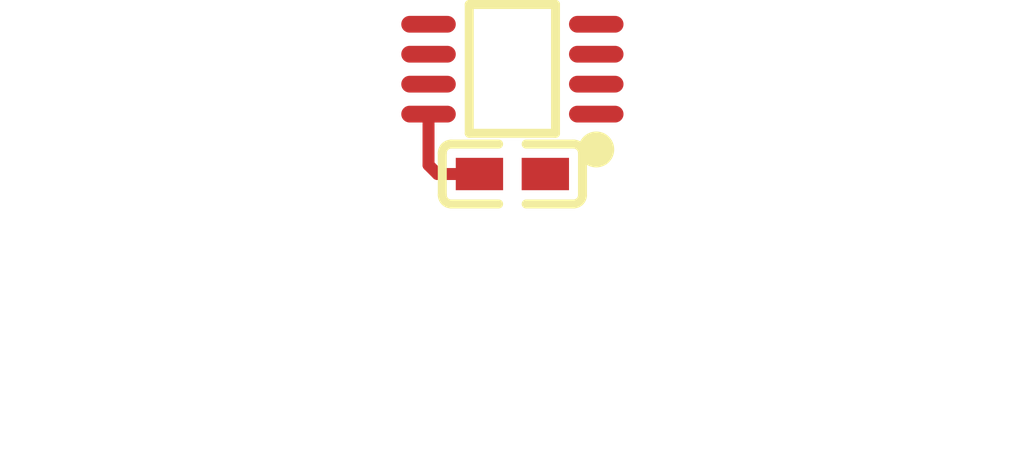
<source format=kicad_pcb>
(kicad_pcb (version 20241229) (generator "pcbnew") (generator_version "9.0")
  (layers (0 "F.Cu" signal) (2 "B.Cu" signal) (13 "F.Paste" user) (15 "B.Paste" user) (5 "F.SilkS" user "F.Silkscreen") (7 "B.SilkS" user "B.Silkscreen") (1 "F.Mask" user) (3 "B.Mask" user) (25 "Edge.Cuts" user))
  (net 0 "")
  (net 9 "line")
  (net 10 "gnd")
  (net 11 "line-2")
  (net 12 "hv")
  (net 13 "line-3")
  (net 14 "line-4")
  (net 15 "line-1")
  (net 16 "line-5")
  (footprint "Samsung_Electro_Mechanics_CL05B104KO5NNNC:C0402" (layer "F.Cu") (at 0 1.75 0)
    (property "Reference" "C1" (hide yes))
    (property "Value" "100nF ±10% 16V X7R")
    (fp_line (start 1.02 -0.5) (end 0.23 -0.5) (stroke (width 0.15)) (layer "F.SilkS"))
    (fp_line (start 0.23 0.5) (end 1.02 0.5) (stroke (width 0.15)) (layer "F.SilkS"))
    (fp_line (start 1.17 0.35) (end 1.17 -0.35) (stroke (width 0.15)) (layer "F.SilkS"))
    (fp_line (start -1.02 -0.5) (end -0.23 -0.5) (stroke (width 0.15)) (layer "F.SilkS"))
    (fp_line (start -0.23 0.5) (end -1.02 0.5) (stroke (width 0.15)) (layer "F.SilkS"))
    (fp_line (start -1.17 0.35) (end -1.17 -0.35) (stroke (width 0.15)) (layer "F.SilkS"))
    (fp_arc (start 1.17 0.35) (mid 1.1260660171779822 0.456066017177982) (end 1.02 0.4999999999999999) (stroke (width 0.15)) (layer "F.SilkS"))
    (fp_arc (start 1.02 -0.5) (mid 1.1260660171779822 -0.4560660171779821) (end 1.17 -0.35) (stroke (width 0.15)) (layer "F.SilkS"))
    (fp_arc (start -1.17 0.35) (mid -1.1260660171779822 0.456066017177982) (end -1.02 0.4999999999999999) (stroke (width 0.15)) (layer "F.SilkS"))
    (fp_arc (start -1.02 -0.5) (mid -1.1260660171779822 -0.4560660171779821) (end -1.17 -0.35) (stroke (width 0.15)) (layer "F.SilkS"))
    (pad "2" smd rect (at 0.55 0 0) (size 0.79 0.54) (layers "F.Cu" "F.Paste" "F.Mask") (net 10 "gnd"))
    (pad "1" smd rect (at -0.55 0 0) (size 0.79 0.54) (layers "F.Cu" "F.Paste" "F.Mask") (net 12 "hv"))
  )
  (footprint "Texas_Instruments_SN74LVC3G14DCUR:VSSOP-8_L2.3-W2.0-P0.50-LS3.1-BR" (layer "F.Cu") (at 0 0 0)
    (property "Reference" "U1" (hide yes))
    (property "Value" "")
    (fp_line (start 0.72 1.07) (end -0.72 1.07) (stroke (width 0.15)) (layer "F.SilkS"))
    (fp_line (start -0.72 1.07) (end -0.72 -1.08) (stroke (width 0.15)) (layer "F.SilkS"))
    (fp_line (start -0.72 -1.08) (end 0.72 -1.08) (stroke (width 0.15)) (layer "F.SilkS"))
    (fp_line (start 0.72 -1.08) (end 0.72 1.07) (stroke (width 0.15)) (layer "F.SilkS"))
    (fp_circle (center 1.4 1.34) (end 1.55 1.34) (stroke (width 0.3)) (fill no) (layer "F.SilkS"))
    (pad "5" smd oval (at -1.4 -0.75 90) (size 0.28 0.91) (layers "F.Cu" "F.Paste" "F.Mask") (net 16 "line-5"))
    (pad "6" smd oval (at -1.4 -0.25 90) (size 0.28 0.91) (layers "F.Cu" "F.Paste" "F.Mask") (net 13 "line-3"))
    (pad "7" smd oval (at -1.4 0.25 90) (size 0.28 0.91) (layers "F.Cu" "F.Paste" "F.Mask") (net 14 "line-4"))
    (pad "8" smd oval (at -1.4 0.75 90) (size 0.28 0.91) (layers "F.Cu" "F.Paste" "F.Mask") (net 12 "hv"))
    (pad "4" smd oval (at 1.4 -0.75 90) (size 0.28 0.91) (layers "F.Cu" "F.Paste" "F.Mask") (net 10 "gnd"))
    (pad "3" smd oval (at 1.4 -0.25 90) (size 0.28 0.91) (layers "F.Cu" "F.Paste" "F.Mask") (net 9 "line"))
    (pad "2" smd oval (at 1.4 0.25 90) (size 0.28 0.91) (layers "F.Cu" "F.Paste" "F.Mask") (net 15 "line-1"))
    (pad "1" smd oval (at 1.4 0.75 90) (size 0.28 0.91) (layers "F.Cu" "F.Paste" "F.Mask") (net 11 "line-2"))
  )
  (segment (start -1.25 1.75) (end -0.55 1.75) (width 0.2) (net 0) (layer "F.Cu"))
  (segment (start -1.4 1.6) (end -1.25 1.75) (width 0.2) (net 0) (layer "F.Cu"))
  (segment (start -1.4 0.75) (end -1.4 1.6) (width 0.2) (net 0) (layer "F.Cu"))
)
</source>
